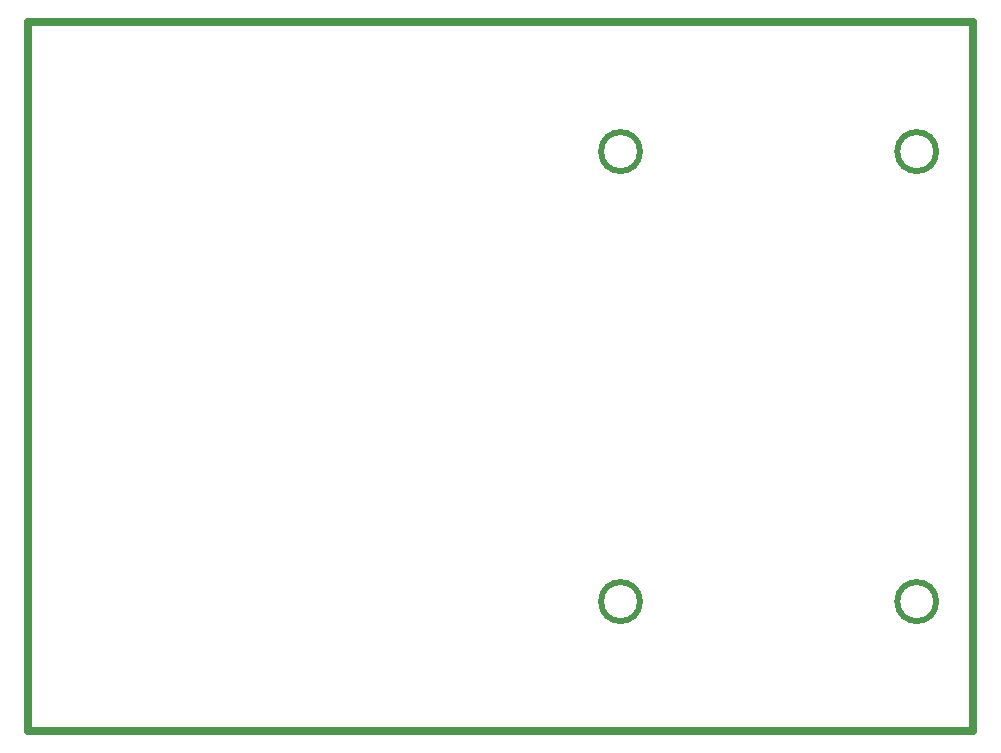
<source format=gbr>
%FSLAX34Y34*%
%MOMM*%
%LNOUTLINE*%
G71*
G01*
%ADD10C, 0.700*%
%ADD11C, 0.500*%
%LPD*%
G54D10*
X44450Y665200D02*
X844550Y665200D01*
X844550Y65125D01*
X44450Y65125D01*
X44450Y665200D01*
G54D11*
G75*
G01X562600Y555625D02*
G03X562600Y555625I-16500J0D01*
G01*
G54D11*
G75*
G01X813425Y555625D02*
G03X813425Y555625I-16500J0D01*
G01*
G54D11*
G75*
G01X813425Y174625D02*
G03X813425Y174625I-16500J0D01*
G01*
G54D11*
G75*
G01X562600Y174625D02*
G03X562600Y174625I-16500J0D01*
G01*
M02*

</source>
